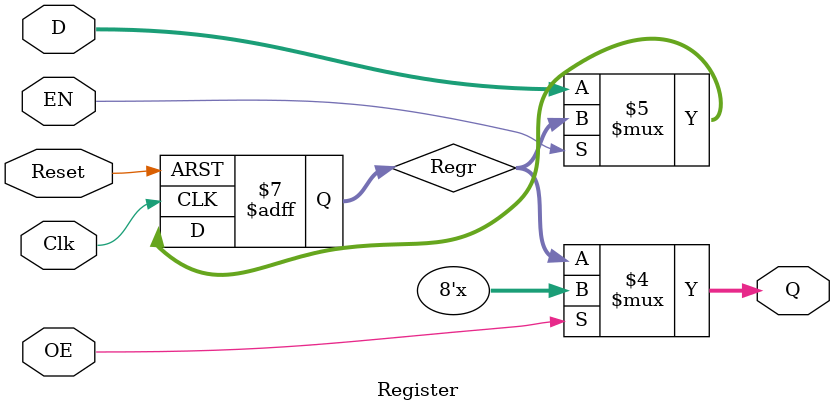
<source format=v>

module Register
    #(
        parameter BitWidth = 8 // Default to 8 bits
    )
    (
        output tri [BitWidth-1:0] Q,    // Tri-state output
        input Clk,
        input Reset,   // Active low, Resets to 0
        input EN,      // Active low, enables loading/writing at Clk
        input OE,      // Active low, enables output for reading
        input [BitWidth-1:0] D
    );

    // Local Vars
    parameter RDelay = 1;
    reg [BitWidth-1:0] Regr;
    
    always @(posedge Clk, negedge Reset) begin
        if (!Reset)
            Regr <= #RDelay 0;
        else if (!EN)
            Regr <= #RDelay D;
    end

    assign #RDelay Q = OE ? {BitWidth{1'bz}} : Regr;

endmodule

</source>
